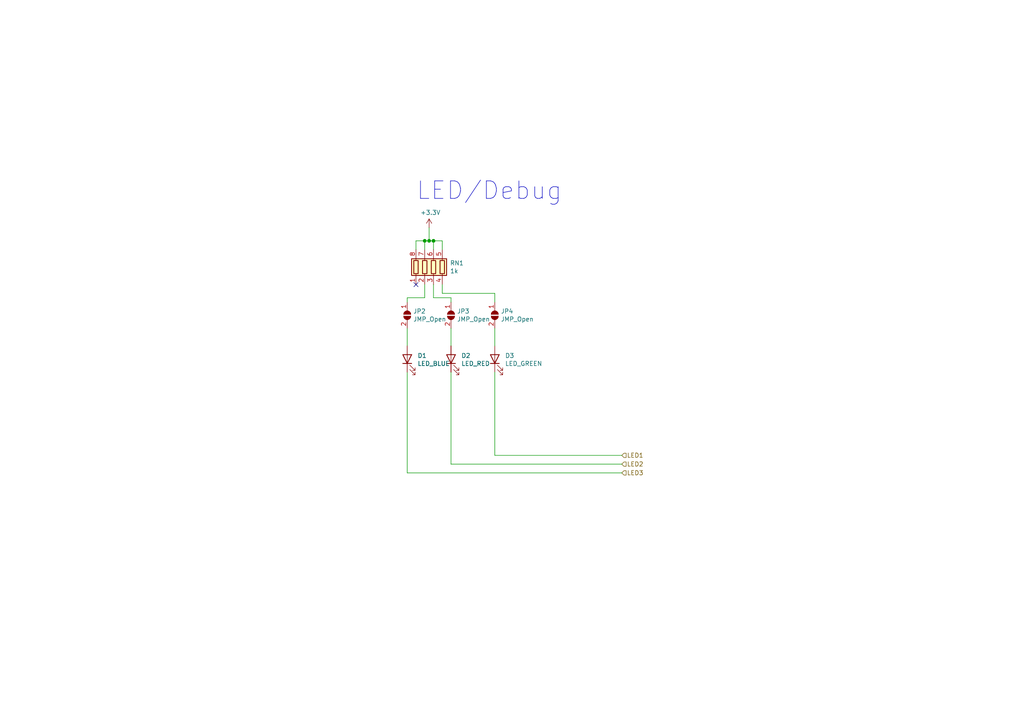
<source format=kicad_sch>
(kicad_sch (version 20230121) (generator eeschema)
  (paper "A4")
  (title_block (title "LCP Controller ") (date "2022-12-19") (rev "0.3") (company "NOAA Pacific Marine Environmental Laboratory") (comment 3 "Current design modified by: Basharat Basharat") (comment 4 "Current design by: Matt Casari") (comment 5 "Current design modified by: Basharat Martin"))
  (lib_symbols
    (symbol "Device:LED" (pin_numbers hide) (pin_names (offset 1.016) hide)
      (property "Reference" "D" (at 0 2.54 0))
      (property "Value" "LED" (at 0 -2.54 0))
      (symbol "LED_0_1"
        (polyline (pts (xy -1.27 -1.27) (xy -1.27 1.27)) (stroke (width 0.254)))
        (polyline (pts (xy -1.27 0) (xy 1.27 0)))
        (polyline (pts (xy 1.27 -1.27) (xy 1.27 1.27) (xy -1.27 0) (xy 1.27 -1.27)) (stroke (width 0.254)))
        (polyline (pts (xy -3.048 -0.762) (xy -4.572 -2.286) (xy -3.81 -2.286) (xy -4.572 -2.286) (xy -4.572 -1.524)))
        (polyline (pts (xy -1.778 -0.762) (xy -3.302 -2.286) (xy -2.54 -2.286) (xy -3.302 -2.286) (xy -3.302 -1.524)))
      )
      (symbol "LED_1_1"
        (pin passive line (at -3.81 0 0) (length 2.54) (name "K") (number "1"))
        (pin passive line (at 3.81 0 180) (length 2.54) (name "A") (number "2"))
      )
    )
    (symbol "Device:R_Pack04" (pin_names (offset 0) hide)
      (property "Reference" "RN" (at -7.62 0 90))
      (property "Value" "R_Pack04" (at 5.08 0 90))
      (symbol "R_Pack04_0_1"
        (rectangle (start -6.35 -2.413) (end 3.81 2.413) (stroke (width 0.254)) (fill (type background)))
        (rectangle (start -5.715 1.905) (end -4.445 -1.905) (stroke (width 0.254)))
        (rectangle (start -3.175 1.905) (end -1.905 -1.905) (stroke (width 0.254)))
        (rectangle (start -0.635 1.905) (end 0.635 -1.905) (stroke (width 0.254)))
        (polyline (pts (xy -5.08 -2.54) (xy -5.08 -1.905)))
        (polyline (pts (xy -5.08 1.905) (xy -5.08 2.54)))
        (polyline (pts (xy -2.54 -2.54) (xy -2.54 -1.905)))
        (polyline (pts (xy -2.54 1.905) (xy -2.54 2.54)))
        (polyline (pts (xy 0 -2.54) (xy 0 -1.905)))
        (polyline (pts (xy 0 1.905) (xy 0 2.54)))
        (polyline (pts (xy 2.54 -2.54) (xy 2.54 -1.905)))
        (polyline (pts (xy 2.54 1.905) (xy 2.54 2.54)))
        (rectangle (start 1.905 1.905) (end 3.175 -1.905) (stroke (width 0.254)))
      )
      (symbol "R_Pack04_1_1"
        (pin passive line (at -5.08 -5.08 90) (length 2.54) (name "R1.1") (number "1"))
        (pin passive line (at -2.54 -5.08 90) (length 2.54) (name "R2.1") (number "2"))
        (pin passive line (at 0 -5.08 90) (length 2.54) (name "R3.1") (number "3"))
        (pin passive line (at 2.54 -5.08 90) (length 2.54) (name "R4.1") (number "4"))
        (pin passive line (at 2.54 5.08 270) (length 2.54) (name "R4.2") (number "5"))
        (pin passive line (at 0 5.08 270) (length 2.54) (name "R3.2") (number "6"))
        (pin passive line (at -2.54 5.08 270) (length 2.54) (name "R2.2") (number "7"))
        (pin passive line (at -5.08 5.08 270) (length 2.54) (name "R1.2") (number "8"))
      )
    )
    (symbol "Jumper:SolderJumper_2_Open" (pin_names (offset 0) hide)
      (property "Reference" "JP" (at 0 2.032 0))
      (property "Value" "SolderJumper_2_Open" (at 0 -2.54 0))
      (symbol "SolderJumper_2_Open_0_1"
        (arc (start -0.254 1.016) (mid -1.2656 0) (end -0.254 -1.016))
        (arc (start -0.254 1.016) (mid -1.2656 0) (end -0.254 -1.016) (fill (type outline)))
        (polyline (pts (xy -0.254 1.016) (xy -0.254 -1.016)))
        (polyline (pts (xy 0.254 1.016) (xy 0.254 -1.016)))
        (arc (start 0.254 -1.016) (mid 1.2656 0) (end 0.254 1.016))
        (arc (start 0.254 -1.016) (mid 1.2656 0) (end 0.254 1.016) (fill (type outline)))
      )
      (symbol "SolderJumper_2_Open_1_1"
        (pin passive line (at -3.81 0 0) (length 2.54) (name "A") (number "1"))
        (pin passive line (at 3.81 0 180) (length 2.54) (name "B") (number "2"))
      )
    )
    (symbol "power:+3.3V" (power) (pin_names (offset 0))
      (property "Value" "+3.3V" (at 0 3.556 0))
      (symbol "+3.3V_0_1"
        (polyline (pts (xy -0.762 1.27) (xy 0 2.54)))
        (polyline (pts (xy 0 0) (xy 0 2.54)))
        (polyline (pts (xy 0 2.54) (xy 0.762 1.27)))
      )
      (symbol "+3.3V_1_1"
        (pin power_in line (at 0 0 90) (length 0) hide (name "+3.3V") (number "1"))
      )
    )
  )
  (junction (at 124.46 69.85))
  (junction (at 125.73 69.85))
  (junction (at 123.19 69.85))
  (no_connect (at 120.65 82.55))
  (wire (pts (xy 123.19 82.55) (xy 123.19 86.36)))
  (wire (pts (xy 118.11 107.95) (xy 118.11 137.16)))
  (wire (pts (xy 143.51 95.25) (xy 143.51 100.33)))
  (wire (pts (xy 130.81 107.95) (xy 130.81 134.62)))
  (wire (pts (xy 128.27 85.09) (xy 143.51 85.09)))
  (wire (pts (xy 120.65 69.85) (xy 120.65 72.39)))
  (wire (pts (xy 130.81 95.25) (xy 130.81 100.33)))
  (wire (pts (xy 118.11 95.25) (xy 118.11 100.33)))
  (wire (pts (xy 123.19 72.39) (xy 123.19 69.85)))
  (wire (pts (xy 143.51 132.08) (xy 180.34 132.08)))
  (wire (pts (xy 125.73 86.36) (xy 125.73 82.55)))
  (wire (pts (xy 118.11 86.36) (xy 118.11 87.63)))
  (wire (pts (xy 123.19 86.36) (xy 118.11 86.36)))
  (wire (pts (xy 130.81 87.63) (xy 130.81 86.36)))
  (wire (pts (xy 130.81 134.62) (xy 180.34 134.62)))
  (wire (pts (xy 130.81 86.36) (xy 125.73 86.36)))
  (wire (pts (xy 125.73 72.39) (xy 125.73 69.85)))
  (wire (pts (xy 124.46 66.04) (xy 124.46 69.85)))
  (wire (pts (xy 124.46 69.85) (xy 125.73 69.85)))
  (wire (pts (xy 123.19 69.85) (xy 120.65 69.85)))
  (wire (pts (xy 124.46 69.85) (xy 123.19 69.85)))
  (wire (pts (xy 143.51 85.09) (xy 143.51 87.63)))
  (wire (pts (xy 125.73 69.85) (xy 128.27 69.85)))
  (wire (pts (xy 118.11 137.16) (xy 180.34 137.16)))
  (wire (pts (xy 143.51 107.95) (xy 143.51 132.08)))
  (wire (pts (xy 128.27 69.85) (xy 128.27 72.39)))
  (wire (pts (xy 128.27 82.55) (xy 128.27 85.09)))
  (text "LED/Debug" (at 120.65 58.42 0) (effects (font (size 5.08 5.08)) (justify left bottom)))
  (hierarchical_label "LED3" (shape input) (at 180.34 137.16 0))
  (hierarchical_label "LED1" (shape input) (at 180.34 132.08 0))
  (hierarchical_label "LED2" (shape input) (at 180.34 134.62 0))
  (symbol (lib_id "Device:LED") (at 118.11 104.14 90) (unit 1)
    (property "Reference" "D1" (at 121.0818 103.1494 90) (effects (justify right)))
    (property "Value" "LED_BLUE" (at 121.0818 105.4608 90) (effects (justify right)))
    (property "Footprint" "LED_SMD:LED_0805_2012Metric" (effects hide))
    (property "MPN" "150080BS75000" (effects hide))
  )
  (symbol (lib_id "power:+3.3V") (at 124.46 66.04 0) (unit 1)
    (property "Reference" "#PWR028" (effects hide))
    (property "Value" "+3.3V" (at 124.841 61.6458 0))
  )
  (symbol (lib_id "Jumper:SolderJumper_2_Open") (at 118.11 91.44 270) (unit 1)
    (property "Reference" "JP2" (at 119.8372 90.2716 90) (effects (justify left)))
    (property "Value" "JMP_Open" (at 119.8372 92.583 90) (effects (justify left)))
    (property "Footprint" "Jumper:SolderJumper-2_P1.3mm_Open_TrianglePad1.0x1.5mm" (effects hide))
  )
  (symbol (lib_id "Jumper:SolderJumper_2_Open") (at 130.81 91.44 270) (unit 1)
    (property "Reference" "JP3" (at 132.5372 90.2716 90) (effects (justify left)))
    (property "Value" "JMP_Open" (at 132.5372 92.583 90) (effects (justify left)))
    (property "Footprint" "Jumper:SolderJumper-2_P1.3mm_Open_TrianglePad1.0x1.5mm" (effects hide))
  )
  (symbol (lib_id "Jumper:SolderJumper_2_Open") (at 143.51 91.44 270) (unit 1)
    (property "Reference" "JP4" (at 145.2372 90.2716 90) (effects (justify left)))
    (property "Value" "JMP_Open" (at 145.2372 92.583 90) (effects (justify left)))
    (property "Footprint" "Jumper:SolderJumper-2_P1.3mm_Open_TrianglePad1.0x1.5mm" (effects hide))
  )
  (symbol (lib_id "Device:R_Pack04") (at 125.73 77.47 0) (unit 1)
    (property "Reference" "RN1" (at 130.5052 76.3016 0) (effects (justify left)))
    (property "Value" "1k" (at 130.5052 78.613 0) (effects (justify left)))
    (property "Footprint" "Resistor_SMD:R_Array_Concave_4x0402" (effects hide))
    (property "MPN" "EXB-28V102JX" (effects hide))
  )
  (symbol (lib_id "Device:LED") (at 130.81 104.14 90) (unit 1)
    (property "Reference" "D2" (at 133.7818 103.1494 90) (effects (justify right)))
    (property "Value" "LED_RED" (at 133.7818 105.4608 90) (effects (justify right)))
    (property "Footprint" "LED_SMD:LED_0805_2012Metric" (effects hide))
    (property "MPN" "150080RS75000" (effects hide))
  )
  (symbol (lib_id "Device:LED") (at 143.51 104.14 90) (unit 1)
    (property "Reference" "D3" (at 146.4818 103.1494 90) (effects (justify right)))
    (property "Value" "LED_GREEN" (at 146.4818 105.4608 90) (effects (justify right)))
    (property "Footprint" "LED_SMD:LED_0805_2012Metric" (effects hide))
    (property "MPN" "150080GS75000	" (effects hide))
  )
)
</source>
